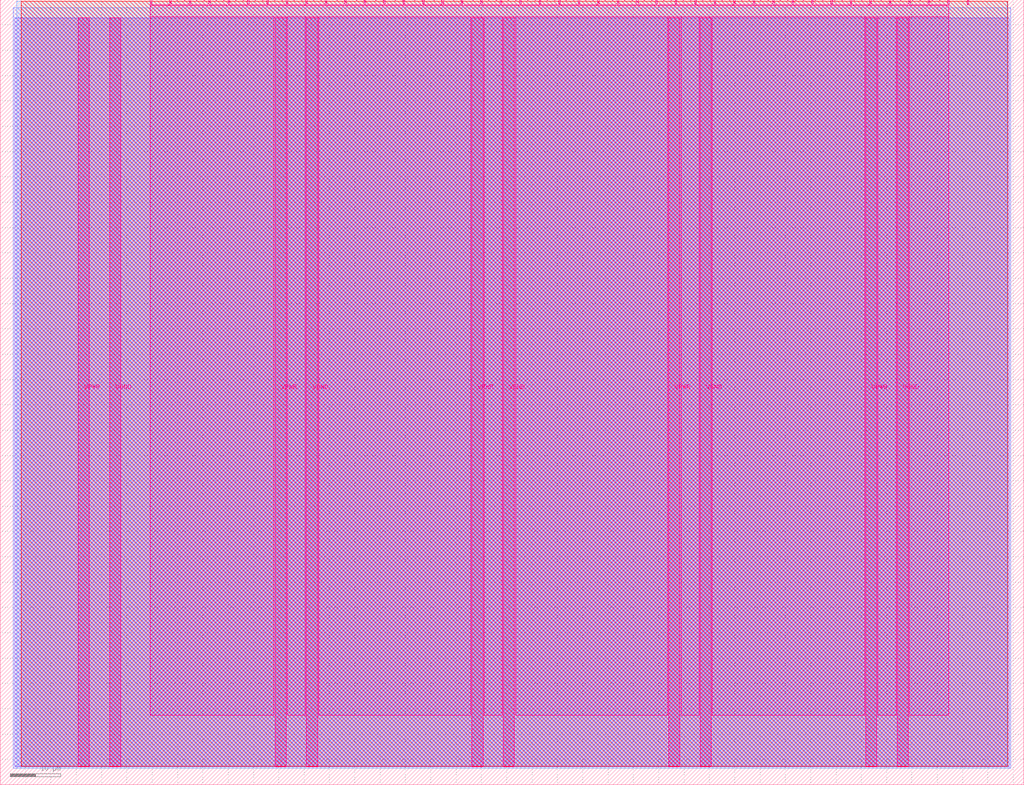
<source format=lef>
VERSION 5.7 ;
  NOWIREEXTENSIONATPIN ON ;
  DIVIDERCHAR "/" ;
  BUSBITCHARS "[]" ;
MACRO tt_um_pqn
  CLASS BLOCK ;
  FOREIGN tt_um_pqn ;
  ORIGIN 0.000 0.000 ;
  SIZE 202.080 BY 154.980 ;
  PIN VGND
    DIRECTION INOUT ;
    USE GROUND ;
    PORT
      LAYER Metal5 ;
        RECT 21.580 3.560 23.780 151.420 ;
    END
    PORT
      LAYER Metal5 ;
        RECT 60.450 3.560 62.650 151.420 ;
    END
    PORT
      LAYER Metal5 ;
        RECT 99.320 3.560 101.520 151.420 ;
    END
    PORT
      LAYER Metal5 ;
        RECT 138.190 3.560 140.390 151.420 ;
    END
    PORT
      LAYER Metal5 ;
        RECT 177.060 3.560 179.260 151.420 ;
    END
  END VGND
  PIN VPWR
    DIRECTION INOUT ;
    USE POWER ;
    PORT
      LAYER Metal5 ;
        RECT 15.380 3.560 17.580 151.420 ;
    END
    PORT
      LAYER Metal5 ;
        RECT 54.250 3.560 56.450 151.420 ;
    END
    PORT
      LAYER Metal5 ;
        RECT 93.120 3.560 95.320 151.420 ;
    END
    PORT
      LAYER Metal5 ;
        RECT 131.990 3.560 134.190 151.420 ;
    END
    PORT
      LAYER Metal5 ;
        RECT 170.860 3.560 173.060 151.420 ;
    END
  END VPWR
  PIN clk
    DIRECTION INPUT ;
    USE SIGNAL ;
    ANTENNAGATEAREA 0.213200 ;
    PORT
      LAYER Metal5 ;
        RECT 187.050 153.980 187.350 154.980 ;
    END
  END clk
  PIN ena
    DIRECTION INPUT ;
    USE SIGNAL ;
    PORT
      LAYER Metal5 ;
        RECT 190.890 153.980 191.190 154.980 ;
    END
  END ena
  PIN rst_n
    DIRECTION INPUT ;
    USE SIGNAL ;
    ANTENNAGATEAREA 0.180700 ;
    PORT
      LAYER Metal5 ;
        RECT 183.210 153.980 183.510 154.980 ;
    END
  END rst_n
  PIN ui_in[0]
    DIRECTION INPUT ;
    USE SIGNAL ;
    ANTENNAGATEAREA 0.213200 ;
    PORT
      LAYER Metal5 ;
        RECT 179.370 153.980 179.670 154.980 ;
    END
  END ui_in[0]
  PIN ui_in[1]
    DIRECTION INPUT ;
    USE SIGNAL ;
    ANTENNAGATEAREA 0.180700 ;
    PORT
      LAYER Metal5 ;
        RECT 175.530 153.980 175.830 154.980 ;
    END
  END ui_in[1]
  PIN ui_in[2]
    DIRECTION INPUT ;
    USE SIGNAL ;
    ANTENNAGATEAREA 0.180700 ;
    PORT
      LAYER Metal5 ;
        RECT 171.690 153.980 171.990 154.980 ;
    END
  END ui_in[2]
  PIN ui_in[3]
    DIRECTION INPUT ;
    USE SIGNAL ;
    ANTENNAGATEAREA 0.180700 ;
    PORT
      LAYER Metal5 ;
        RECT 167.850 153.980 168.150 154.980 ;
    END
  END ui_in[3]
  PIN ui_in[4]
    DIRECTION INPUT ;
    USE SIGNAL ;
    ANTENNAGATEAREA 0.180700 ;
    PORT
      LAYER Metal5 ;
        RECT 164.010 153.980 164.310 154.980 ;
    END
  END ui_in[4]
  PIN ui_in[5]
    DIRECTION INPUT ;
    USE SIGNAL ;
    ANTENNAGATEAREA 0.180700 ;
    PORT
      LAYER Metal5 ;
        RECT 160.170 153.980 160.470 154.980 ;
    END
  END ui_in[5]
  PIN ui_in[6]
    DIRECTION INPUT ;
    USE SIGNAL ;
    ANTENNAGATEAREA 0.213200 ;
    PORT
      LAYER Metal5 ;
        RECT 156.330 153.980 156.630 154.980 ;
    END
  END ui_in[6]
  PIN ui_in[7]
    DIRECTION INPUT ;
    USE SIGNAL ;
    ANTENNAGATEAREA 0.180700 ;
    PORT
      LAYER Metal5 ;
        RECT 152.490 153.980 152.790 154.980 ;
    END
  END ui_in[7]
  PIN uio_in[0]
    DIRECTION INPUT ;
    USE SIGNAL ;
    PORT
      LAYER Metal5 ;
        RECT 148.650 153.980 148.950 154.980 ;
    END
  END uio_in[0]
  PIN uio_in[1]
    DIRECTION INPUT ;
    USE SIGNAL ;
    PORT
      LAYER Metal5 ;
        RECT 144.810 153.980 145.110 154.980 ;
    END
  END uio_in[1]
  PIN uio_in[2]
    DIRECTION INPUT ;
    USE SIGNAL ;
    PORT
      LAYER Metal5 ;
        RECT 140.970 153.980 141.270 154.980 ;
    END
  END uio_in[2]
  PIN uio_in[3]
    DIRECTION INPUT ;
    USE SIGNAL ;
    PORT
      LAYER Metal5 ;
        RECT 137.130 153.980 137.430 154.980 ;
    END
  END uio_in[3]
  PIN uio_in[4]
    DIRECTION INPUT ;
    USE SIGNAL ;
    PORT
      LAYER Metal5 ;
        RECT 133.290 153.980 133.590 154.980 ;
    END
  END uio_in[4]
  PIN uio_in[5]
    DIRECTION INPUT ;
    USE SIGNAL ;
    PORT
      LAYER Metal5 ;
        RECT 129.450 153.980 129.750 154.980 ;
    END
  END uio_in[5]
  PIN uio_in[6]
    DIRECTION INPUT ;
    USE SIGNAL ;
    PORT
      LAYER Metal5 ;
        RECT 125.610 153.980 125.910 154.980 ;
    END
  END uio_in[6]
  PIN uio_in[7]
    DIRECTION INPUT ;
    USE SIGNAL ;
    PORT
      LAYER Metal5 ;
        RECT 121.770 153.980 122.070 154.980 ;
    END
  END uio_in[7]
  PIN uio_oe[0]
    DIRECTION OUTPUT ;
    USE SIGNAL ;
    ANTENNADIFFAREA 0.392700 ;
    PORT
      LAYER Metal5 ;
        RECT 56.490 153.980 56.790 154.980 ;
    END
  END uio_oe[0]
  PIN uio_oe[1]
    DIRECTION OUTPUT ;
    USE SIGNAL ;
    ANTENNADIFFAREA 0.392700 ;
    PORT
      LAYER Metal5 ;
        RECT 52.650 153.980 52.950 154.980 ;
    END
  END uio_oe[1]
  PIN uio_oe[2]
    DIRECTION OUTPUT ;
    USE SIGNAL ;
    ANTENNADIFFAREA 0.392700 ;
    PORT
      LAYER Metal5 ;
        RECT 48.810 153.980 49.110 154.980 ;
    END
  END uio_oe[2]
  PIN uio_oe[3]
    DIRECTION OUTPUT ;
    USE SIGNAL ;
    ANTENNADIFFAREA 0.392700 ;
    PORT
      LAYER Metal5 ;
        RECT 44.970 153.980 45.270 154.980 ;
    END
  END uio_oe[3]
  PIN uio_oe[4]
    DIRECTION OUTPUT ;
    USE SIGNAL ;
    ANTENNADIFFAREA 0.392700 ;
    PORT
      LAYER Metal5 ;
        RECT 41.130 153.980 41.430 154.980 ;
    END
  END uio_oe[4]
  PIN uio_oe[5]
    DIRECTION OUTPUT ;
    USE SIGNAL ;
    ANTENNADIFFAREA 0.392700 ;
    PORT
      LAYER Metal5 ;
        RECT 37.290 153.980 37.590 154.980 ;
    END
  END uio_oe[5]
  PIN uio_oe[6]
    DIRECTION OUTPUT ;
    USE SIGNAL ;
    ANTENNADIFFAREA 0.392700 ;
    PORT
      LAYER Metal5 ;
        RECT 33.450 153.980 33.750 154.980 ;
    END
  END uio_oe[6]
  PIN uio_oe[7]
    DIRECTION OUTPUT ;
    USE SIGNAL ;
    ANTENNADIFFAREA 0.392700 ;
    PORT
      LAYER Metal5 ;
        RECT 29.610 153.980 29.910 154.980 ;
    END
  END uio_oe[7]
  PIN uio_out[0]
    DIRECTION OUTPUT ;
    USE SIGNAL ;
    ANTENNAGATEAREA 0.630000 ;
    ANTENNADIFFAREA 0.632400 ;
    PORT
      LAYER Metal5 ;
        RECT 87.210 153.980 87.510 154.980 ;
    END
  END uio_out[0]
  PIN uio_out[1]
    DIRECTION OUTPUT ;
    USE SIGNAL ;
    ANTENNAGATEAREA 0.630000 ;
    ANTENNADIFFAREA 0.632400 ;
    PORT
      LAYER Metal5 ;
        RECT 83.370 153.980 83.670 154.980 ;
    END
  END uio_out[1]
  PIN uio_out[2]
    DIRECTION OUTPUT ;
    USE SIGNAL ;
    ANTENNAGATEAREA 0.810700 ;
    ANTENNADIFFAREA 0.632400 ;
    PORT
      LAYER Metal5 ;
        RECT 79.530 153.980 79.830 154.980 ;
    END
  END uio_out[2]
  PIN uio_out[3]
    DIRECTION OUTPUT ;
    USE SIGNAL ;
    ANTENNAGATEAREA 0.847900 ;
    ANTENNADIFFAREA 0.632400 ;
    PORT
      LAYER Metal5 ;
        RECT 75.690 153.980 75.990 154.980 ;
    END
  END uio_out[3]
  PIN uio_out[4]
    DIRECTION OUTPUT ;
    USE SIGNAL ;
    ANTENNAGATEAREA 0.301600 ;
    ANTENNADIFFAREA 0.632400 ;
    PORT
      LAYER Metal5 ;
        RECT 71.850 153.980 72.150 154.980 ;
    END
  END uio_out[4]
  PIN uio_out[5]
    DIRECTION OUTPUT ;
    USE SIGNAL ;
    ANTENNAGATEAREA 0.301600 ;
    ANTENNADIFFAREA 0.632400 ;
    PORT
      LAYER Metal5 ;
        RECT 68.010 153.980 68.310 154.980 ;
    END
  END uio_out[5]
  PIN uio_out[6]
    DIRECTION OUTPUT ;
    USE SIGNAL ;
    ANTENNAGATEAREA 0.301600 ;
    ANTENNADIFFAREA 0.632400 ;
    PORT
      LAYER Metal5 ;
        RECT 64.170 153.980 64.470 154.980 ;
    END
  END uio_out[6]
  PIN uio_out[7]
    DIRECTION OUTPUT ;
    USE SIGNAL ;
    ANTENNAGATEAREA 1.027000 ;
    ANTENNADIFFAREA 0.632400 ;
    PORT
      LAYER Metal5 ;
        RECT 60.330 153.980 60.630 154.980 ;
    END
  END uio_out[7]
  PIN uo_out[0]
    DIRECTION OUTPUT ;
    USE SIGNAL ;
    ANTENNAGATEAREA 0.351000 ;
    ANTENNADIFFAREA 0.632400 ;
    PORT
      LAYER Metal5 ;
        RECT 117.930 153.980 118.230 154.980 ;
    END
  END uo_out[0]
  PIN uo_out[1]
    DIRECTION OUTPUT ;
    USE SIGNAL ;
    ANTENNAGATEAREA 0.351000 ;
    ANTENNADIFFAREA 0.632400 ;
    PORT
      LAYER Metal5 ;
        RECT 114.090 153.980 114.390 154.980 ;
    END
  END uo_out[1]
  PIN uo_out[2]
    DIRECTION OUTPUT ;
    USE SIGNAL ;
    ANTENNAGATEAREA 0.351000 ;
    ANTENNADIFFAREA 0.632400 ;
    PORT
      LAYER Metal5 ;
        RECT 110.250 153.980 110.550 154.980 ;
    END
  END uo_out[2]
  PIN uo_out[3]
    DIRECTION OUTPUT ;
    USE SIGNAL ;
    ANTENNAGATEAREA 0.351000 ;
    ANTENNADIFFAREA 0.632400 ;
    PORT
      LAYER Metal5 ;
        RECT 106.410 153.980 106.710 154.980 ;
    END
  END uo_out[3]
  PIN uo_out[4]
    DIRECTION OUTPUT ;
    USE SIGNAL ;
    ANTENNAGATEAREA 0.713200 ;
    ANTENNADIFFAREA 0.632400 ;
    PORT
      LAYER Metal5 ;
        RECT 102.570 153.980 102.870 154.980 ;
    END
  END uo_out[4]
  PIN uo_out[5]
    DIRECTION OUTPUT ;
    USE SIGNAL ;
    ANTENNAGATEAREA 0.630000 ;
    ANTENNADIFFAREA 0.632400 ;
    PORT
      LAYER Metal5 ;
        RECT 98.730 153.980 99.030 154.980 ;
    END
  END uo_out[5]
  PIN uo_out[6]
    DIRECTION OUTPUT ;
    USE SIGNAL ;
    ANTENNAGATEAREA 0.630000 ;
    ANTENNADIFFAREA 0.632400 ;
    PORT
      LAYER Metal5 ;
        RECT 94.890 153.980 95.190 154.980 ;
    END
  END uo_out[6]
  PIN uo_out[7]
    DIRECTION OUTPUT ;
    USE SIGNAL ;
    ANTENNAGATEAREA 0.630000 ;
    ANTENNADIFFAREA 0.632400 ;
    PORT
      LAYER Metal5 ;
        RECT 91.050 153.980 91.350 154.980 ;
    END
  END uo_out[7]
  OBS
      LAYER GatPoly ;
        RECT 2.880 3.630 199.200 151.350 ;
      LAYER Metal1 ;
        RECT 2.880 3.560 199.200 151.420 ;
      LAYER Metal2 ;
        RECT 2.605 3.260 199.475 153.400 ;
      LAYER Metal3 ;
        RECT 3.260 3.215 198.820 154.705 ;
      LAYER Metal4 ;
        RECT 4.175 3.680 198.865 154.660 ;
      LAYER Metal5 ;
        RECT 30.120 153.770 33.240 153.980 ;
        RECT 33.960 153.770 37.080 153.980 ;
        RECT 37.800 153.770 40.920 153.980 ;
        RECT 41.640 153.770 44.760 153.980 ;
        RECT 45.480 153.770 48.600 153.980 ;
        RECT 49.320 153.770 52.440 153.980 ;
        RECT 53.160 153.770 56.280 153.980 ;
        RECT 57.000 153.770 60.120 153.980 ;
        RECT 60.840 153.770 63.960 153.980 ;
        RECT 64.680 153.770 67.800 153.980 ;
        RECT 68.520 153.770 71.640 153.980 ;
        RECT 72.360 153.770 75.480 153.980 ;
        RECT 76.200 153.770 79.320 153.980 ;
        RECT 80.040 153.770 83.160 153.980 ;
        RECT 83.880 153.770 87.000 153.980 ;
        RECT 87.720 153.770 90.840 153.980 ;
        RECT 91.560 153.770 94.680 153.980 ;
        RECT 95.400 153.770 98.520 153.980 ;
        RECT 99.240 153.770 102.360 153.980 ;
        RECT 103.080 153.770 106.200 153.980 ;
        RECT 106.920 153.770 110.040 153.980 ;
        RECT 110.760 153.770 113.880 153.980 ;
        RECT 114.600 153.770 117.720 153.980 ;
        RECT 118.440 153.770 121.560 153.980 ;
        RECT 122.280 153.770 125.400 153.980 ;
        RECT 126.120 153.770 129.240 153.980 ;
        RECT 129.960 153.770 133.080 153.980 ;
        RECT 133.800 153.770 136.920 153.980 ;
        RECT 137.640 153.770 140.760 153.980 ;
        RECT 141.480 153.770 144.600 153.980 ;
        RECT 145.320 153.770 148.440 153.980 ;
        RECT 149.160 153.770 152.280 153.980 ;
        RECT 153.000 153.770 156.120 153.980 ;
        RECT 156.840 153.770 159.960 153.980 ;
        RECT 160.680 153.770 163.800 153.980 ;
        RECT 164.520 153.770 167.640 153.980 ;
        RECT 168.360 153.770 171.480 153.980 ;
        RECT 172.200 153.770 175.320 153.980 ;
        RECT 176.040 153.770 179.160 153.980 ;
        RECT 179.880 153.770 183.000 153.980 ;
        RECT 183.720 153.770 186.840 153.980 ;
        RECT 29.660 151.630 187.300 153.770 ;
        RECT 29.660 13.715 54.040 151.630 ;
        RECT 56.660 13.715 60.240 151.630 ;
        RECT 62.860 13.715 92.910 151.630 ;
        RECT 95.530 13.715 99.110 151.630 ;
        RECT 101.730 13.715 131.780 151.630 ;
        RECT 134.400 13.715 137.980 151.630 ;
        RECT 140.600 13.715 170.650 151.630 ;
        RECT 173.270 13.715 176.850 151.630 ;
        RECT 179.470 13.715 187.300 151.630 ;
  END
END tt_um_pqn
END LIBRARY


</source>
